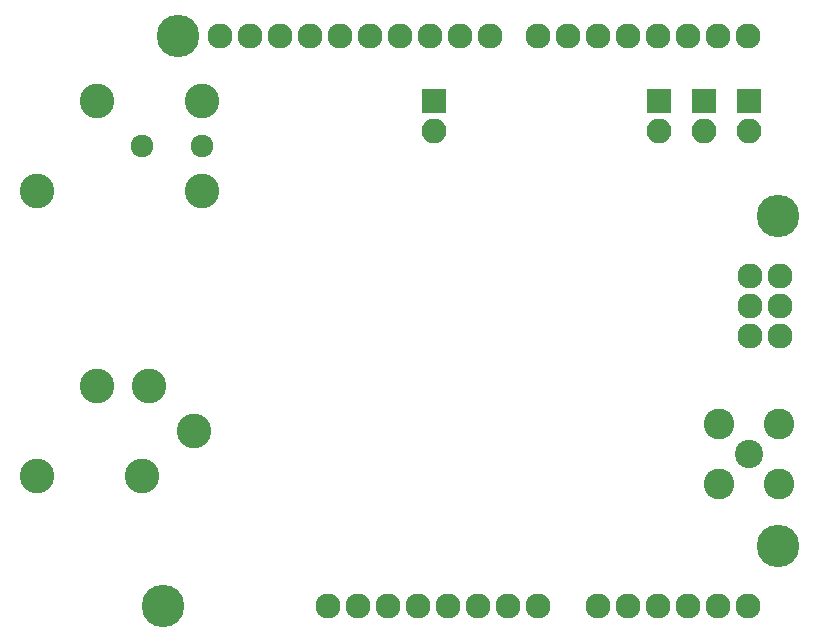
<source format=gbs>
G04 #@! TF.FileFunction,Soldermask,Bot*
%FSLAX46Y46*%
G04 Gerber Fmt 4.6, Leading zero omitted, Abs format (unit mm)*
G04 Created by KiCad (PCBNEW 4.0.7) date 05/12/18 01:40:03*
%MOMM*%
%LPD*%
G01*
G04 APERTURE LIST*
%ADD10C,0.100000*%
%ADD11C,2.940000*%
%ADD12C,1.924000*%
%ADD13R,2.100000X2.100000*%
%ADD14O,2.100000X2.100000*%
%ADD15C,2.600000*%
%ADD16C,2.400000*%
%ADD17O,2.127200X2.127200*%
%ADD18C,3.600000*%
G04 APERTURE END LIST*
D10*
D11*
X17272000Y37719000D03*
D12*
X17272000Y41529000D03*
D11*
X17272000Y45339000D03*
X3302000Y37719000D03*
X8382000Y45339000D03*
D12*
X12192000Y41529000D03*
D11*
X12192000Y13589000D03*
X16637000Y17399000D03*
X12827000Y21209000D03*
X3302000Y13589000D03*
X8382000Y21209000D03*
D13*
X56007000Y45339000D03*
D14*
X56007000Y42799000D03*
D13*
X59817000Y45339000D03*
D14*
X59817000Y42799000D03*
D13*
X63627000Y45339000D03*
D14*
X63627000Y42799000D03*
D15*
X61087000Y12954000D03*
X61087000Y18034000D03*
X66167000Y18034000D03*
X66167000Y12954000D03*
D16*
X63627000Y15494000D03*
D17*
X63665100Y25425400D03*
X66205100Y25425400D03*
X66205100Y27965400D03*
X63665100Y27965400D03*
X66205100Y30505400D03*
X50838100Y2565400D03*
X45758100Y2565400D03*
X43218100Y2565400D03*
X40678100Y2565400D03*
X38138100Y2565400D03*
X35598100Y2565400D03*
X33058100Y2565400D03*
X30518100Y2565400D03*
X63538100Y50825400D03*
X60998100Y50825400D03*
X58458100Y50825400D03*
X55918100Y50825400D03*
X53378100Y50825400D03*
X50838100Y50825400D03*
X48298100Y50825400D03*
X45758100Y50825400D03*
X26454100Y50825400D03*
X41694100Y50825400D03*
X39154100Y50825400D03*
X36614100Y50825400D03*
D18*
X66078100Y7645400D03*
X66078100Y35585400D03*
X15278100Y50825400D03*
X14008100Y2565400D03*
D17*
X18834100Y50825400D03*
X21374100Y50825400D03*
X23914100Y50825400D03*
X28994100Y50825400D03*
X31534100Y50825400D03*
X34074100Y50825400D03*
X27978100Y2565400D03*
X53378100Y2565400D03*
X55918100Y2565400D03*
X58458100Y2565400D03*
X60998100Y2565400D03*
X63538100Y2565400D03*
X63665100Y30505400D03*
D13*
X36957000Y45339000D03*
D14*
X36957000Y42799000D03*
M02*

</source>
